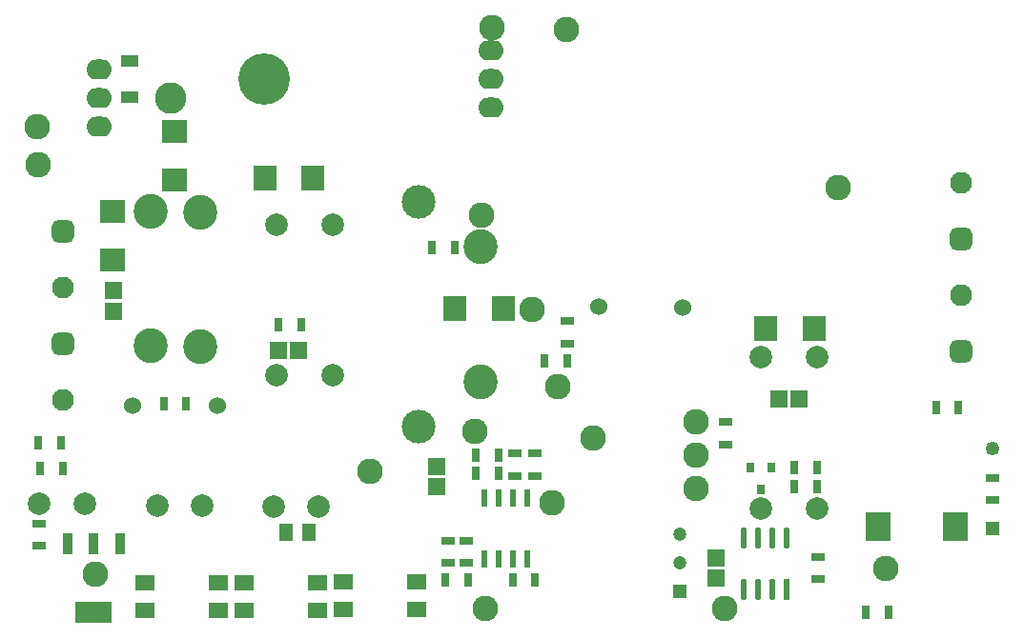
<source format=gbr>
%TF.GenerationSoftware,Altium Limited,Altium Designer,21.6.4 (81)*%
G04 Layer_Color=255*
%FSLAX43Y43*%
%MOMM*%
%TF.SameCoordinates,100B324C-8CEB-4A13-B8D1-7C84912F4746*%
%TF.FilePolarity,Positive*%
%TF.FileFunction,Pads,Bot*%
%TF.Part,Single*%
G01*
G75*
%TA.AperFunction,ComponentPad*%
%ADD29C,2.000*%
%TA.AperFunction,TestPad*%
%ADD30C,2.000*%
%ADD31C,2.286*%
%TA.AperFunction,ComponentPad*%
%ADD32C,3.000*%
%TA.AperFunction,TestPad*%
%ADD33C,1.524*%
%TA.AperFunction,ComponentPad*%
%ADD34C,2.286*%
%ADD35O,3.000X3.100*%
%TA.AperFunction,TestPad*%
G04:AMPARAMS|DCode=36|XSize=1.95mm|YSize=1.95mm|CornerRadius=0.488mm|HoleSize=0mm|Usage=FLASHONLY|Rotation=270.000|XOffset=0mm|YOffset=0mm|HoleType=Round|Shape=RoundedRectangle|*
%AMROUNDEDRECTD36*
21,1,1.950,0.975,0,0,270.0*
21,1,0.975,1.950,0,0,270.0*
1,1,0.975,-0.488,-0.488*
1,1,0.975,-0.488,0.488*
1,1,0.975,0.488,0.488*
1,1,0.975,0.488,-0.488*
%
%ADD36ROUNDEDRECTD36*%
%ADD37C,1.950*%
%ADD38O,2.286X1.778*%
%ADD39C,4.572*%
%TA.AperFunction,ComponentPad*%
%ADD40C,2.794*%
%ADD41O,2.286X1.778*%
%TA.AperFunction,TestPad*%
%ADD42R,1.200X1.200*%
%ADD43C,1.200*%
%ADD44R,1.250X1.250*%
%ADD45C,1.250*%
%TA.AperFunction,SMDPad,CuDef*%
%ADD49R,0.800X0.900*%
%ADD50R,0.800X1.250*%
%ADD51R,0.600X1.500*%
%ADD52R,2.200X2.500*%
%ADD53R,1.250X0.800*%
%TA.AperFunction,TestPad*%
%ADD54R,2.000X2.300*%
%TA.AperFunction,SMDPad,CuDef*%
%ADD55R,2.300X2.000*%
%ADD56R,1.800X1.450*%
%ADD57R,1.600X1.000*%
%TA.AperFunction,ConnectorPad*%
%ADD58R,3.250X1.900*%
%ADD59R,0.950X1.900*%
%TA.AperFunction,SMDPad,CuDef*%
%ADD60R,0.543X1.874*%
G04:AMPARAMS|DCode=61|XSize=1.874mm|YSize=0.543mm|CornerRadius=0.272mm|HoleSize=0mm|Usage=FLASHONLY|Rotation=90.000|XOffset=0mm|YOffset=0mm|HoleType=Round|Shape=RoundedRectangle|*
%AMROUNDEDRECTD61*
21,1,1.874,0.000,0,0,90.0*
21,1,1.331,0.543,0,0,90.0*
1,1,0.543,0.000,0.665*
1,1,0.543,0.000,-0.665*
1,1,0.543,0.000,-0.665*
1,1,0.543,0.000,0.665*
%
%ADD61ROUNDEDRECTD61*%
%ADD62R,1.556X1.505*%
%ADD63R,1.207X1.508*%
%ADD64R,2.000X2.300*%
%ADD65R,1.505X1.556*%
D29*
X28194Y10693D02*
D03*
X24194D02*
D03*
X29486Y22384D02*
D03*
X24486D02*
D03*
X17868Y10744D02*
D03*
X13868D02*
D03*
X7417Y10947D02*
D03*
X3417D02*
D03*
X24486Y35738D02*
D03*
X29486D02*
D03*
D30*
X67500Y10500D02*
D03*
X72500D02*
D03*
Y24000D02*
D03*
X67500D02*
D03*
D31*
X61722Y12294D02*
D03*
X47158Y28198D02*
D03*
X42062Y17404D02*
D03*
X48946Y11049D02*
D03*
X52603Y16789D02*
D03*
X3226Y44475D02*
D03*
X32741Y13792D02*
D03*
X49454Y21311D02*
D03*
X78613Y5159D02*
D03*
X64237Y1614D02*
D03*
X74371Y39065D02*
D03*
X8382Y4695D02*
D03*
X3293Y41097D02*
D03*
X61747Y18236D02*
D03*
X43025Y1602D02*
D03*
D32*
X37059Y17811D02*
D03*
X37109Y37786D02*
D03*
D33*
X11693Y19694D02*
D03*
X19193Y19669D02*
D03*
X53061Y28423D02*
D03*
X60561Y28398D02*
D03*
D34*
X50241Y53111D02*
D03*
X43580Y53238D02*
D03*
X42674Y36624D02*
D03*
X61722Y15265D02*
D03*
D35*
X42570Y21788D02*
D03*
Y33788D02*
D03*
X17678Y24886D02*
D03*
Y36886D02*
D03*
X13335Y36963D02*
D03*
Y24963D02*
D03*
D36*
X5500Y25171D02*
D03*
X5500Y35175D02*
D03*
X85234Y34497D02*
D03*
X85234Y24515D02*
D03*
D37*
X5500Y20171D02*
D03*
X5500Y30175D02*
D03*
X85234Y39497D02*
D03*
X85234Y29515D02*
D03*
D38*
X43557Y51232D02*
D03*
Y48692D02*
D03*
Y46152D02*
D03*
D39*
X23364Y48692D02*
D03*
D40*
X15037Y47015D02*
D03*
D41*
X8687Y44475D02*
D03*
Y47015D02*
D03*
Y49555D02*
D03*
D42*
X60286Y3119D02*
D03*
D43*
Y5659D02*
D03*
Y8199D02*
D03*
D44*
X88036Y8769D02*
D03*
D45*
Y15869D02*
D03*
D49*
X66553Y14173D02*
D03*
X68453D02*
D03*
X67503Y12173D02*
D03*
D50*
X50274Y23597D02*
D03*
X48274D02*
D03*
X70447Y12487D02*
D03*
X72447D02*
D03*
X42180Y15214D02*
D03*
X44180D02*
D03*
Y13644D02*
D03*
X42180D02*
D03*
X78800Y1274D02*
D03*
X76800D02*
D03*
X72447Y14173D02*
D03*
X70447D02*
D03*
X85023Y19456D02*
D03*
X83023D02*
D03*
X14469Y19787D02*
D03*
X16469D02*
D03*
X5318Y16332D02*
D03*
X3318D02*
D03*
X47431Y4179D02*
D03*
X45431D02*
D03*
X5500Y14071D02*
D03*
X3500D02*
D03*
X38268Y33738D02*
D03*
X40268D02*
D03*
X41488Y4154D02*
D03*
X39488D02*
D03*
X24679Y26848D02*
D03*
X26679D02*
D03*
D51*
X42901Y11467D02*
D03*
X44171D02*
D03*
X45441D02*
D03*
X46711D02*
D03*
X42901Y6067D02*
D03*
X44171D02*
D03*
X45441D02*
D03*
X46711D02*
D03*
D52*
X84781Y8915D02*
D03*
X77881D02*
D03*
D53*
X64338Y18200D02*
D03*
Y16200D02*
D03*
X47396Y13406D02*
D03*
Y15406D02*
D03*
X39725Y7655D02*
D03*
Y5655D02*
D03*
X41300Y7659D02*
D03*
Y5659D02*
D03*
X3400Y9193D02*
D03*
Y7193D02*
D03*
X88074Y13243D02*
D03*
Y11243D02*
D03*
X72543Y6235D02*
D03*
Y4235D02*
D03*
X45669Y15406D02*
D03*
Y13406D02*
D03*
X50274Y27162D02*
D03*
Y25162D02*
D03*
D54*
X67929Y26543D02*
D03*
X72229D02*
D03*
D55*
X9906Y32588D02*
D03*
Y36888D02*
D03*
X15443Y39735D02*
D03*
Y44035D02*
D03*
D56*
X19328Y1467D02*
D03*
X12778D02*
D03*
X19328Y3917D02*
D03*
X12778D02*
D03*
X28116Y1467D02*
D03*
X21566D02*
D03*
X28116Y3917D02*
D03*
X21566D02*
D03*
X36955Y1520D02*
D03*
X30405D02*
D03*
X36955Y3970D02*
D03*
X30405D02*
D03*
D57*
X11430Y47066D02*
D03*
Y50266D02*
D03*
D58*
X8255Y1301D02*
D03*
D59*
X10555Y7401D02*
D03*
X8255D02*
D03*
X5955D02*
D03*
D60*
X69799Y3293D02*
D03*
D61*
X68529D02*
D03*
X67259D02*
D03*
X65989D02*
D03*
Y7925D02*
D03*
X67259D02*
D03*
X68529D02*
D03*
X69799D02*
D03*
D62*
X63491Y6119D02*
D03*
Y4317D02*
D03*
X9982Y29882D02*
D03*
Y28081D02*
D03*
X38710Y14261D02*
D03*
Y12460D02*
D03*
D63*
X25289Y8357D02*
D03*
X27391D02*
D03*
D64*
X23428Y39853D02*
D03*
X27728D02*
D03*
X40287Y28256D02*
D03*
X44587D02*
D03*
D65*
X69051Y20269D02*
D03*
X70852D02*
D03*
X26428Y24587D02*
D03*
X24626D02*
D03*
%TF.MD5,152b13acc13cfd545a754f1935a05b12*%
M02*

</source>
